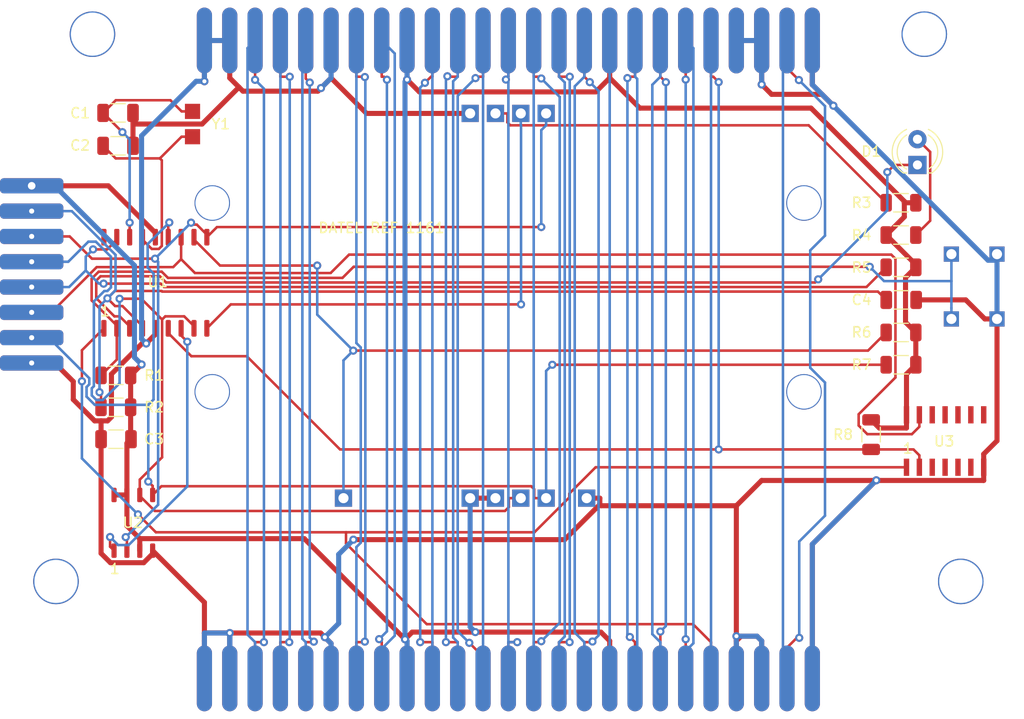
<source format=kicad_pcb>
(kicad_pcb (version 20221018) (generator pcbnew)
  (layers (0 "F.Cu" signal) (31 "B.Cu" signal) (34 "B.Paste" user) (35 "F.Paste" user) (36 "B.SilkS" user "B.Silkscreen") (37 "F.SilkS" user "F.Silkscreen") (38 "B.Mask" user) (39 "F.Mask" user) (44 "Edge.Cuts" user))
  (net 0 "")
  (net 1 "/VCC")
  (net 2 "/Button")
  (net 3 "/MCLR.VPP")
  (net 4 "/SC.VPP")
  (net 5 "Net-(D1-A)")
  (net 6 "/RA0")
  (net 7 "/SC.CD2")
  (net 8 "/SC.Pin4")
  (net 9 "/S_DAT.Top")
  (net 10 "/SC.CLK")
  (net 11 "/GND")
  (net 12 "/SC.Pin8")
  (net 13 "/RB1")
  (net 14 "/SC.I{slash}O")
  (net 15 "/Switch")
  (net 17 "Net-(U1-OSC1{slash}CLKIN)")
  (net 18 "Net-(U1-OSC2{slash}CLKOUT)")
  (net 19 "/LED")
  (net 20 "/S_DAT.Bottom")
  (net 21 "/AD15")
  (net 22 "/AD14")
  (net 23 "/AD13")
  (net 24 "/AD12")
  (net 25 "/{slash}Write")
  (net 26 "/{slash}Read")
  (net 27 "/AD11")
  (net 28 "/AD10")
  (net 29 "/12V")
  (net 30 "/UNUSED_Front")
  (net 31 "/AD9")
  (net 32 "/AD8")
  (net 33 "/CIC_15")
  (net 34 "/CIC_11")
  (net 35 "/{slash}COLD_RESET")
  (net 36 "/LAUDIO")
  (net 37 "/AD0")
  (net 38 "/AD1")
  (net 39 "/AD2")
  (net 40 "/AD3")
  (net 41 "/ALE_L")
  (net 42 "/ALE_H")
  (net 43 "/AD4")
  (net 44 "/AD5")
  (net 45 "/UNUSED_Rear")
  (net 46 "/AD6")
  (net 47 "/AD7")
  (net 48 "/VCC.Odd")
  (net 49 "/CIC_14")
  (net 50 "/INT1")
  (net 51 "/NMI")
  (net 52 "/Video_Sync")
  (net 53 "/RAUDIO")
  (footprint "REF1161:74HC4066" (layer "F.Cu") (at 198.991 103.965 90)
    (fp_text reference "U3")
    (fp_text value "74HC4066D")
  )
  (footprint "Resistor_SMD:R_1206_3216Metric" (layer "F.Cu") (at 194.638 93.244)
    (fp_text reference "R6")
    (fp_text value "10K Ohm")
  )
  (footprint "N64_Hole:N64-Hole" (layer "F.Cu") (at 114.838 63.7835)
    (fp_text reference "Hole1" hide)
    (fp_text value "N64-Hole" hide)
  )
  (footprint "REF1161:Smart Card" (layer "F.Cu") (at 155.863 89.782)
    (fp_text reference "J4" hide)
    (fp_text value "Smart_Card_Reader" hide)
  )
  (footprint "Resistor_SMD:R_1206_3216Metric" (layer "F.Cu") (at 191.688 103.332 90)
    (fp_text reference "R8")
    (fp_text value "10K Ohm")
  )
  (footprint "Resistor_SMD:R_1206_3216Metric" (layer "F.Cu") (at 117.143 97.482)
    (fp_text reference "R1")
    (fp_text value "10K Ohm")
  )
  (footprint "Capacitor_SMD:C_1206_3216Metric" (layer "F.Cu") (at 117.363 71.557)
    (fp_text reference "C1")
    (fp_text value "15 pF")
  )
  (footprint "N64_Hole:N64-Hole" (layer "F.Cu") (at 111.238 117.832)
    (fp_text reference "Hole2" hide)
    (fp_text value "N64-Hole" hide)
  )
  (footprint "Capacitor_SMD:C_1206_3216Metric" (layer "F.Cu") (at 117.363 74.807)
    (fp_text reference "C2")
    (fp_text value "15 pF")
  )
  (footprint "N64_Hole:N64-Hole" (layer "F.Cu") (at 200.538 117.832)
    (fp_text reference "Hole4" hide)
    (fp_text value "N64-Hole" hide)
  )
  (footprint "Resistor_SMD:R_1206_3216Metric" (layer "F.Cu") (at 194.638 86.808)
    (fp_text reference "R5")
    (fp_text value "10K Ohm")
  )
  (footprint "REF1161:PIC Edge Connector" (layer "F.Cu") (at 108.838 87.507)
    (fp_text reference "J3" hide)
    (fp_text value "PIC Edge Pads" hide)
  )
  (footprint "REF1161:Cart Edge Connector" (layer "F.Cu") (at 155.888 64.407)
    (fp_text reference "J1" hide)
    (fp_text value "Cartridge Slot" hide)
  )
  (footprint "Resistor_SMD:R_1206_3216Metric" (layer "F.Cu") (at 194.638 83.62)
    (fp_text reference "R4")
    (fp_text value "220 Ohm")
  )
  (footprint "REF1161:20MHz Crystal" (layer "F.Cu") (at 124.713 72.657)
    (fp_text reference "Y1")
    (fp_text value "20 MHz")
  )
  (footprint "N64_Hole:N64-Hole" (layer "F.Cu") (at 196.938 63.782)
    (fp_text reference "Hole3" hide)
    (fp_text value "N64-Hole" hide)
  )
  (footprint "Capacitor_SMD:C_1206_3216Metric" (layer "F.Cu") (at 117.163 103.782)
    (fp_text reference "C3")
    (fp_text value "100 nF")
  )
  (footprint "Resistor_SMD:R_1206_3216Metric" (layer "F.Cu") (at 194.638 96.432)
    (fp_text reference "R7")
    (fp_text value "10K Ohm")
  )
  (footprint "REF1161:PIC 16C558" (layer "F.Cu") (at 121.048 88.332)
    (fp_text reference "U1")
    (fp_text value "~" hide)
  )
  (footprint "Capacitor_SMD:C_1206_3216Metric" (layer "F.Cu") (at 194.658 90.026)
    (fp_text reference "C4")
    (fp_text value "100 nF")
  )
  (footprint "LED_THT:LED_D4.0mm" (layer "F.Cu") (at 196.263 76.697 90)
    (fp_text reference "D1")
    (fp_text value "LED")
  )
  (footprint "Resistor_SMD:R_1206_3216Metric" (layer "F.Cu") (at 194.638 80.432)
    (fp_text reference "R3")
    (fp_text value "10K Ohm")
  )
  (footprint "REF1161:1cm Push Button" (layer "F.Cu") (at 201.8645 88.707)
    (fp_text reference "SW1" hide)
    (fp_text value "SW_Push_Dual" hide)
  )
  (footprint "Resistor_SMD:R_1206_3216Metric" (layer "F.Cu") (at 117.143 100.632)
    (fp_text reference "R2")
    (fp_text value "10K Ohm")
  )
  (footprint "REF1161:Cart Edge Connector" (layer "F.Cu") (at 155.888 127.407)
    (fp_text reference "J2" hide)
    (fp_text value "Cartridge Edge Connector" hide)
  )
  (footprint "REF1161:Unknown SOIC8" (layer "F.Cu") (at 118.873 112.042)
    (fp_text reference "U2")
    (fp_text value "~" hide)
  )
  (gr_circle (center 187.8642 62.33) (end 187.8642 62.33) (fill solid) (layer "F.Cu"))
  (gr_circle (center 187.8612 62.329) (end 187.8612 62.329) (fill solid) (layer "B.Cu"))
  (gr_line (start 111.963 102.807) (end 111.963 97.807) (stroke (width 0.002)) (layer "Edge.Cuts"))
  (gr_line (start 111.963 77.207) (end 105.713 77.207) (stroke (width 0.002)) (layer "Edge.Cuts"))
  (gr_line (start 105.713 121.407) (end 105.713 102.807) (stroke (width 0.002)) (layer "Edge.Cuts"))
  (gr_line (start 188.263 121.407) (end 206.063 121.407) (stroke (width 0.002)) (layer "Edge.Cuts"))
  (gr_line (start 111.963 102.807) (end 105.713 102.807) (stroke (width 0.002)) (layer "Edge.Cuts"))
  (gr_line (start 123.513 121.407) (end 105.713 121.407) (stroke (width 0.002)) (layer "Edge.Cuts"))
  (gr_line (start 206.063 62.557) (end 206.063 121.407) (stroke (width 0.002)) (layer "Edge.Cuts"))
  (gr_line (start 123.513 131.407) (end 123.513 121.407) (stroke (width 0.002)) (layer "Edge.Cuts"))
  (gr_line (start 188.263 131.407) (end 123.513 131.407) (stroke (width 0.002)) (layer "Edge.Cuts"))
  (gr_line (start 114.888 60.407) (end 105.713 62.557) (stroke (width 0.002)) (layer "Edge.Cuts"))
  (gr_line (start 196.888 60.407) (end 206.063 62.557) (stroke (width 0.002)) (layer "Edge.Cuts"))
  (gr_line (start 105.713 71.811) (end 105.713 62.557) (stroke (width 0.002)) (layer "Edge.Cuts"))
  (gr_line (start 111.963 77.207) (end 111.963 71.811) (stroke (width 0.002)) (layer "Edge.Cuts"))
  (gr_line (start 111.963 71.811) (end 105.713 71.811) (stroke (width 0.002)) (layer "Edge.Cuts"))
  (gr_line (start 105.713 97.807) (end 105.713 77.207) (stroke (width 0.002)) (layer "Edge.Cuts"))
  (gr_line (start 188.263 131.407) (end 188.263 121.407) (stroke (width 0.002)) (layer "Edge.Cuts"))
  (gr_line (start 111.963 97.807) (end 105.713 97.807) (stroke (width 0.002)) (layer "Edge.Cuts"))
  (gr_line (start 114.888 60.407) (end 196.888 60.407) (stroke (width 0.002)) (layer "Edge.Cuts"))
  (gr_text "1" (at 115.52 91.723) (layer "F.SilkS") (effects (font (size 1 1)) (justify left bottom)))
  (gr_text "1" (at 194.739 105.287) (layer "F.SilkS") (effects (font (size 1 1)) (justify left bottom)))
  (gr_text "1" (at 116.471 117.179) (layer "F.SilkS") (effects (font (size 1 1)) (justify left bottom)))
  (gr_text "DATEL REF 1161" (at 137.05 83.496) (layer "F.SilkS") (effects (font (size 1 1)) (justify left bottom)))
  (segment (start 192.4955 102.677) (end 191.688 101.8695) (width 0.5) (layer "F.Cu") (net 1))
  (segment (start 145.888 127.407) (end 145.888 123.7051) (width 0.5) (layer "F.Cu") (net 1))
  (segment (start 145.888 68.2699) (end 147.0996 69.4815) (width 0.5) (layer "F.Cu") (net 1))
  (segment (start 146.3942 122.8365) (end 145.6853 123.5454) (width 0.5) (layer "F.Cu") (net 1))
  (segment (start 165.888 127.407) (end 165.888 123.7051) (width 0.5) (layer "F.Cu") (net 1))
  (segment (start 116.4023 78.757) (end 121.048 83.4027) (width 0.5) (layer "F.Cu") (net 1))
  (segment (start 194.968 81.8275) (end 193.1755 83.62) (width 0.5) (layer "F.Cu") (net 1))
  (segment (start 119.508 114.792) (end 119.508 113.6069) (width 0.5) (layer "F.Cu") (net 1))
  (segment (start 195.181 102.677) (end 192.4955 102.677) (width 0.5) (layer "F.Cu") (net 1))
  (segment (start 145.6853 123.5454) (end 145.845 123.7051) (width 0.5) (layer "F.Cu") (net 1))
  (segment (start 195.0862 92.2297) (end 195.0862 87.8223) (width 0.5) (layer "F.Cu") (net 1))
  (segment (start 121.048 83.4027) (end 121.048 83.832) (width 0.5) (layer "F.Cu") (net 1))
  (segment (start 119.508 113.6069) (end 135.7468 113.6069) (width 0.5) (layer "F.Cu") (net 1))
  (segment (start 165.888 64.407) (end 165.888 68.1089) (width 0.5) (layer "F.Cu") (net 1))
  (segment (start 194.968 80.432) (end 194.968 81.8275) (width 0.5) (layer "F.Cu") (net 1))
  (segment (start 196.1005 86.545) (end 196.1005 86.808) (width 0.5) (layer "F.Cu") (net 1))
  (segment (start 118.238 112.3369) (end 119.508 113.6069) (width 0.5) (layer "F.Cu") (net 1))
  (segment (start 195.181 101.3742) (end 195.181 102.677) (width 0.5) (layer "F.Cu") (net 1))
  (segment (start 195.181 97.3515) (end 195.181 101.3742) (width 0.5) (layer "F.Cu") (net 1))
  (segment (start 152.113 109.607) (end 154.613 109.607) (width 0.5) (layer "F.Cu") (net 1))
  (segment (start 118.638 103.782) (end 118.238 104.182) (width 0.5) (layer "F.Cu") (net 1))
  (segment (start 145.888 64.407) (end 145.888 68.2699) (width 0.5) (layer "F.Cu") (net 1))
  (segment (start 118.638 103.782) (end 118.6055 103.7495) (width 0.5) (layer "F.Cu") (net 1))
  (segment (start 118.238 104.182) (end 118.238 109.292) (width 0.5) (layer "F.Cu") (net 1))
  (segment (start 168.865 71.0859) (end 185.7635 71.0859) (width 0.5) (layer "F.Cu") (net 1))
  (segment (start 196.1005 93.244) (end 196.1005 96.432) (width 0.5) (layer "F.Cu") (net 1))
  (segment (start 108.838 78.757) (end 116.4023 78.757) (width 0.5) (layer "F.Cu") (net 1))
  (segment (start 145.845 123.7051) (end 145.888 123.7051) (width 0.5) (layer "F.Cu") (net 1))
  (segment (start 185.7635 71.0859) (end 194.968 80.2904) (width 0.5) (layer "F.Cu") (net 1))
  (segment (start 165.888 68.1089) (end 168.865 71.0859) (width 0.5) (layer "F.Cu") (net 1))
  (segment (start 118.6055 100.632) (end 118.6055 97.482) (width 0.5) (layer "F.Cu") (net 1))
  (segment (start 196.1005 96.432) (end 195.181 97.3515) (width 0.5) (layer "F.Cu") (net 1))
  (segment (start 119.6848 96.4027) (end 118.6055 97.482) (width 0.5) (layer "F.Cu") (net 1))
  (segment (start 147.0996 69.4815) (end 164.5154 69.4815) (width 0.5) (layer "F.Cu") (net 1))
  (segment (start 194.968 80.2904) (end 194.968 80.432) (width 0.5) (layer "F.Cu") (net 1))
  (segment (start 118.238 109.292) (end 116.968 109.292) (width 0.5) (layer "F.Cu") (net 1))
  (segment (start 118.6055 103.7495) (end 118.6055 100.632) (width 0.5) (layer "F.Cu") (net 1))
  (segment (start 164.5154 69.4815) (end 165.888 68.1089) (width 0.5) (layer "F.Cu") (net 1))
  (segment (start 135.7468 113.6069) (end 145.6853 123.5454) (width 0.5) (layer "F.Cu") (net 1))
  (segment (start 165.888 123.7051) (end 165.0194 122.8365) (width 0.5) (layer "F.Cu") (net 1))
  (segment (start 152.624 122.8365) (end 146.3942 122.8365) (width 0.5) (layer "F.Cu") (net 1))
  (segment (start 193.1755 83.62) (end 196.1005 86.545) (width 0.5) (layer "F.Cu") (net 1))
  (segment (start 118.238 109.292) (end 118.238 112.3369) (width 0.5) (layer "F.Cu") (net 1))
  (segment (start 165.0194 122.8365) (end 152.624 122.8365) (width 0.5) (layer "F.Cu") (net 1))
  (segment (start 194.968 80.432) (end 196.1005 80.432) (width 0.5) (layer "F.Cu") (net 1))
  (segment (start 196.1005 93.244) (end 195.0862 92.2297) (width 0.5) (layer "F.Cu") (net 1))
  (segment (start 195.0862 87.8223) (end 196.1005 86.808) (width 0.5) (layer "F.Cu") (net 1))
  (via (at 145.6853 123.5454) (size 0.8) (drill 0.4) (layers "F.Cu" "B.Cu") (net 1))
  (via (at 152.624 122.8365) (size 0.8) (drill 0.4) (layers "F.Cu" "B.Cu") (net 1))
  (via (at 145.888 68.2699) (size 0.8) (drill 0.4) (layers "F.Cu" "B.Cu") (net 1))
  (via (at 119.6848 96.4027) (size 0.8) (drill 0.4) (layers "F.Cu" "B.Cu") (net 1))
  (segment (start 119.6848 96.4027) (end 118.9829 95.7008) (width 0.5) (layer "B.Cu") (net 1))
  (segment (start 152.113 109.607) (end 152.113 122.3255) (width 0.5) (layer "B.Cu") (net 1))
  (segment (start 145.888 123.7051) (end 145.845 123.7051) (width 0.5) (layer "B.Cu") (net 1))
  (segment (start 145.888 64.407) (end 145.888 68.2699) (width 0.5) (layer "B.Cu") (net 1))
  (segment (start 118.9829 95.7008) (end 118.9829 86.6282) (width 0.5) (layer "B.Cu") (net 1))
  (segment (start 145.888 68.2699) (end 145.6853 68.4726) (width 0.5) (layer "B.Cu") (net 1))
  (segment (start 145.845 123.7051) (end 145.6853 123.5454) (width 0.5) (layer "B.Cu") (net 1))
  (segment (start 145.6853 68.4726) (end 145.6853 123.5454) (width 0.5) (layer "B.Cu") (net 1))
  (segment (start 152.113 122.3255) (end 152.624 122.8365) (width 0.5) (layer "B.Cu") (net 1))
  (segment (start 145.888 127.407) (end 145.888 123.7051) (width 0.5) (layer "B.Cu") (net 1))
  (segment (start 118.9829 86.6282) (end 111.1117 78.757) (width 0.5) (layer "B.Cu") (net 1))
  (segment (start 111.1117 78.757) (end 108.838 78.757) (width 0.5) (layer "B.Cu") (net 1))
  (segment (start 191.5538 86.7556) (end 140.612 86.7556) (width 0.25) (layer "F.Cu") (net 2))
  (segment (start 117.238 92.5601) (end 117.238 92.832) (width 0.25) (layer "F.Cu") (net 2))
  (segment (start 115.4481 87.2403) (end 114.7574 87.931) (width 0.25) (layer "F.Cu") (net 2))
  (segment (start 114.7574 87.931) (end 114.7574 90.0795) (width 0.25) (layer "F.Cu") (net 2))
  (segment (start 115.6805 97.482) (end 117.238 95.9245) (width 0.25) (layer "F.Cu") (net 2))
  (segment (start 121.6762 87.2403) (end 115.4481 87.2403) (width 0.25) (layer "F.Cu") (net 2))
  (segment (start 117.238 95.9245) (end 117.238 92.832) (width 0.25) (layer "F.Cu") (net 2))
  (segment (start 114.7574 90.0795) (end 117.238 92.5601) (width 0.25) (layer "F.Cu") (net 2))
  (segment (start 140.612 86.7556) (end 139.5158 87.8518) (width 0.25) (layer "F.Cu") (net 2))
  (segment (start 122.2877 87.8518) (end 121.6762 87.2403) (width 0.25) (layer "F.Cu") (net 2))
  (segment (start 139.5158 87.8518) (end 122.2877 87.8518) (width 0.25) (layer "F.Cu") (net 2))
  (via (at 191.5538 86.7556) (size 0.8) (drill 0.4) (layers "F.Cu" "B.Cu") (net 2))
  (segment (start 192.9667 88.1685) (end 191.5538 86.7556) (width 0.25) (layer "B.Cu") (net 2))
  (segment (start 199.6145 88.1685) (end 199.6145 90.8301) (width 0.25) (layer "B.Cu") (net 2))
  (segment (start 199.6145 88.1685) (end 192.9667 88.1685) (width 0.25) (layer "B.Cu") (net 2))
  (segment (start 199.6145 91.907) (end 199.6145 90.8301) (width 0.25) (layer "B.Cu") (net 2))
  (segment (start 199.6145 85.507) (end 199.6145 88.1685) (width 0.25) (layer "B.Cu") (net 2))
  (segment (start 192.3645 89.2075) (end 193.183 90.026) (width 0.25) (layer "F.Cu") (net 3))
  (segment (start 115.6805 100.632) (end 115.6805 99.2909) (width 0.25) (layer "F.Cu") (net 3))
  (segment (start 117.0401 89.1441) (end 121.6627 89.1441) (width 0.25) (layer "F.Cu") (net 3))
  (segment (start 119.778 92.6162) (end 117.8002 90.6384) (width 0.25) (layer "F.Cu") (net 3))
  (segment (start 119.778 92.832) (end 119.778 92.6162) (width 0.25) (layer "F.Cu") (net 3))
  (segment (start 116.3112 89.873) (end 117.0401 89.1441) (width 0.25) (layer "F.Cu") (net 3))
  (segment (start 115.6805 99.2909) (end 115.5343 99.1447) (width 0.25) (layer "F.Cu") (net 3))
  (segment (start 117.0766 90.6384) (end 116.3112 89.873) (width 0.25) (layer "F.Cu") (net 3))
  (segment (start 121.7261 89.2075) (end 192.3645 89.2075) (width 0.25) (layer "F.Cu") (net 3))
  (segment (start 121.6627 89.1441) (end 121.7261 89.2075) (width 0.25) (layer "F.Cu") (net 3))
  (segment (start 117.8002 90.6384) (end 117.0766 90.6384) (width 0.25) (layer "F.Cu") (net 3))
  (via (at 115.5343 99.1447) (size 0.8) (drill 0.4) (layers "F.Cu" "B.Cu") (net 3))
  (via (at 116.3112 89.873) (size 0.8) (drill 0.4) (layers "F.Cu" "B.Cu") (net 3))
  (segment (start 117.1151 89.0691) (end 117.1151 85.5763) (width 0.25) (layer "B.Cu") (net 3))
  (segment (start 116.3112 89.873) (end 117.1151 89.0691) (width 0.25) (layer "B.Cu") (net 3))
  (segment (start 117.1151 85.5763) (end 112.7958 81.257) (width 0.25) (layer "B.Cu") (net 3))
  (segment (start 115.5343 99.1447) (end 115.5343 90.6499) (width 0.25) (layer "B.Cu") (net 3))
  (segment (start 112.7958 81.257) (end 108.838 81.257) (width 0.25) (layer "B.Cu") (net 3))
  (segment (start 115.5343 90.6499) (end 116.3112 89.873) (width 0.25) (layer "B.Cu") (net 3))
  (segment (start 155.7899 72.4897) (end 156.0841 72.7839) (width 0.25) (layer "F.Cu") (net 4))
  (segment (start 154.613 71.607) (end 155.7899 71.607) (width 0.25) (layer "F.Cu") (net 4))
  (segment (start 185.5274 72.7839) (end 193.1755 80.432) (width 0.25) (layer "F.Cu") (net 4))
  (segment (start 155.7899 71.607) (end 155.7899 72.4897) (width 0.25) (layer "F.Cu") (net 4))
  (segment (start 156.0841 72.7839) (end 185.5274 72.7839) (width 0.25) (layer "F.Cu") (net 4))
  (segment (start 197.5171 82.2034) (end 196.1005 83.62) (width 0.25) (layer "F.Cu") (net 5))
  (segment (start 197.5171 75.4111) (end 197.5171 82.2034) (width 0.25) (layer "F.Cu") (net 5))
  (segment (start 196.263 74.157) (end 197.5171 75.4111) (width 0.25) (layer "F.Cu") (net 5))
  (segment (start 117.238 83.832) (end 117.238 84.0892) (width 0.25) (layer "F.Cu") (net 6))
  (segment (start 116.29 85.0372) (end 114.8966 85.0372) (width 0.25) (layer "F.Cu") (net 6))
  (segment (start 117.238 84.0892) (end 116.29 85.0372) (width 0.25) (layer "F.Cu") (net 6))
  (segment (start 121.9133 88.7556) (end 121.5768 88.4191) (width 0.25) (layer "F.Cu") (net 6))
  (segment (start 193.1755 86.808) (end 191.2279 88.7556) (width 0.25) (layer "F.Cu") (net 6))
  (segment (start 121.5768 88.4191) (end 115.9363 88.4191) (width 0.25) (layer "F.Cu") (net 6))
  (segment (start 191.2279 88.7556) (end 121.9133 88.7556) (width 0.25) (layer "F.Cu") (net 6))
  (via (at 115.9363 88.4191) (size 0.8) (drill 0.4) (layers "F.Cu" "B.Cu") (net 6))
  (via (at 114.8966 85.0372) (size 0.8) (drill 0.4) (layers "F.Cu" "B.Cu") (net 6))
  (segment (start 114.1742 85.7596) (end 114.1742 87.1154) (width 0.25) (layer "B.Cu") (net 6))
  (segment (start 114.1742 87.1154) (end 112.5326 88.757) (width 0.25) (layer "B.Cu") (net 6))
  (segment (start 114.8966 85.0372) (end 114.1742 85.7596) (width 0.25) (layer "B.Cu") (net 6))
  (segment (start 115.4779 88.4191) (end 114.1742 87.1154) (width 0.25) (layer "B.Cu") (net 6))
  (segment (start 112.5326 88.757) (end 108.838 88.757) (width 0.25) (layer "B.Cu") (net 6))
  (segment (start 115.9363 88.4191) (end 115.4779 88.4191) (width 0.25) (layer "B.Cu") (net 6))
  (segment (start 124.858 84.0622) (end 124.858 83.832) (width 0.25) (layer "F.Cu") (net 7))
  (segment (start 193.1755 93.244) (end 191.384 95.0355) (width 0.25) (layer "F.Cu") (net 7))
  (segment (start 191.384 95.0355) (end 140.5774 95.0355) (width 0.25) (layer "F.Cu") (net 7))
  (segment (start 137.0214 86.6333) (end 127.4291 86.6333) (width 0.25) (layer "F.Cu") (net 7))
  (segment (start 127.4291 86.6333) (end 124.858 84.0622) (width 0.25) (layer "F.Cu") (net 7))
  (via (at 137.0214 86.6333) (size 0.8) (drill 0.4) (layers "F.Cu" "B.Cu") (net 7))
  (via (at 140.5774 95.0355) (size 0.8) (drill 0.4) (layers "F.Cu" "B.Cu") (net 7))
  (segment (start 139.613 109.607) (end 139.613 95.9999) (width 0.25) (layer "B.Cu") (net 7))
  (segment (start 140.5774 95.0355) (end 137.0214 91.4795) (width 0.25) (layer "B.Cu") (net 7))
  (segment (start 137.0214 91.4795) (end 137.0214 86.6333) (width 0.25) (layer "B.Cu") (net 7))
  (segment (start 139.613 95.9999) (end 140.5774 95.0355) (width 0.25) (layer "B.Cu") (net 7))
  (segment (start 159.613 109.607) (end 158.4361 109.607) (width 0.25) (layer "F.Cu") (net 8))
  (segment (start 158.4361 109.607) (end 158.4361 108.7243) (width 0.25) (layer "F.Cu") (net 8))
  (segment (start 122.318 83.832) (end 122.318 82.4812) (width 0.25) (layer "F.Cu") (net 8))
  (segment (start 120.778 109.292) (end 120.778 108.3977) (width 0.25) (layer "F.Cu") (net 8))
  (segment (start 158.1419 108.4301) (end 121.6399 108.4301) (width 0.25) (layer "F.Cu") (net 8))
  (segment (start 193.1755 96.432) (end 160.2259 96.432) (width 0.25) (layer "F.Cu") (net 8))
  (segment (start 122.318 82.4812) (end 122.4211 82.3781) (width 0.25) (layer "F.Cu") (net 8))
  (segment (start 158.4361 108.7243) (end 158.1419 108.4301) (width 0.25) (layer "F.Cu") (net 8))
  (segment (start 120.778 108.3977) (end 120.3476 107.9673) (width 0.25) (layer "F.Cu") (net 8))
  (segment (start 121.6399 108.4301) (end 120.778 109.292) (width 0.25) (layer "F.Cu") (net 8))
  (via (at 122.4211 82.3781) (size 0.8) (drill 0.4) (layers "F.Cu" "B.Cu") (net 8))
  (via (at 160.2259 96.432) (size 0.8) (drill 0.4) (layers "F.Cu" "B.Cu") (net 8))
  (via (at 120.3476 107.9673) (size 0.8) (drill 0.4) (layers "F.Cu" "B.Cu") (net 8))
  (segment (start 114.2556 98.632) (end 114.5243 98.3633) (width 0.25) (layer "B.Cu") (net 8))
  (segment (start 115.0612 100.3872) (end 114.2556 99.5816) (width 0.25) (layer "B.Cu") (net 8))
  (segment (start 110.5202 93.757) (end 108.838 93.757) (width 0.25) (layer "B.Cu") (net 8))
  (segment (start 120.3476 100.3872) (end 115.0612 100.3872) (width 0.25) (layer "B.Cu") (net 8))
  (segment (start 120.3476 100.3872) (end 120.3476 107.9673) (width 0.25) (layer "B.Cu") (net 8))
  (segment (start 120.2862 84.513) (end 120.2862 86.8375) (width 0.25) (layer "B.Cu") (net 8))
  (segment (start 120.8671 87.4184) (end 120.8671 99.8677) (width 0.25) (layer "B.Cu") (net 8))
  (segment (start 114.2556 99.5816) (end 114.2556 98.632) (width 0.25) (layer "B.Cu") (net 8))
  (segment (start 114.5243 97.7611) (end 110.5202 93.757) (width 0.25) (layer "B.Cu") (net 8))
  (segment (start 159.613 97.0449) (end 160.2259 96.432) (width 0.25) (layer "B.Cu") (net 8))
  (segment (start 114.5243 98.3633) (end 114.5243 97.7611) (width 0.25) (layer "B.Cu") (net 8))
  (segment (start 120.8671 99.8677) (end 120.3476 100.3872) (width 0.25) (layer "B.Cu") (net 8))
  (segment (start 122.4211 82.3781) (end 120.2862 84.513) (width 0.25) (layer "B.Cu") (net 8))
  (segment (start 120.2862 86.8375) (end 120.8671 87.4184) (width 0.25) (layer "B.Cu") (net 8))
  (segment (start 159.613 109.607) (end 159.613 97.0449) (width 0.25) (layer "B.Cu") (net 8))
  (segment (start 176.6437 104.7944) (end 176.6437 104.7945) (width 0.25) (layer "F.Cu") (net 9))
  (segment (start 122.318 93.3045) (end 124.6006 95.5871) (width 0.25) (layer "F.Cu") (net 9))
  (segment (start 176.6437 104.7945) (end 191.688 104.7945) (width 0.25) (layer "F.Cu") (net 9))
  (segment (start 176.6437 68.5145) (end 176.1131 67.9839) (width 0.25) (layer "F.Cu") (net 9))
  (segment (start 130.0652 95.5871) (end 139.2725 104.7944) (width 0.25) (layer "F.Cu") (net 9))
  (segment (start 195.8675 104.7945) (end 191.688 104.7945) (width 0.25) (layer "F.Cu") (net 9))
  (segment (start 122.318 92.832) (end 122.318 93.3045) (width 0.25) (layer "F.Cu") (net 9))
  (segment (start 124.6006 95.5871) (end 130.0652 95.5871) (width 0.25) (layer "F.Cu") (net 9))
  (segment (start 139.2725 104.7944) (end 176.6437 104.7944) (width 0.25) (layer "F.Cu") (net 9))
  (segment (start 175.888 64.407) (end 175.888 67.9839) (width 0.25) (layer "F.Cu") (net 9))
  (segment (start 196.451 106.5558) (end 196.451 105.378) (width 0.25) (layer "F.Cu") (net 9))
  (segment (start 196.451 105.378) (end 195.8675 104.7945) (width 0.25) (layer "F.Cu") (net 9))
  (segment (start 176.1131 67.9839) (end 175.888 67.9839) (width 0.25) (layer "F.Cu") (net 9))
  (via (at 176.6437 104.7945) (size 0.8) (drill 0.4) (layers "F.Cu" "B.Cu") (net 9))
  (via (at 176.6437 68.5145) (size 0.8) (drill 0.4) (layers "F.Cu" "B.Cu") (net 9))
  (segment (start 176.6437 68.5145) (end 176.6437 104.7945) (width 0.25) (layer "B.Cu") (net 9))
  (segment (start 119.6597 89.9115) (end 117.5141 89.9115) (width 0.25) (layer "F.Cu") (net 10))
  (segment (start 123.8927 91.65) (end 122.022 91.65) (width 0.25) (layer "F.Cu") (net 10))
  (segment (start 157.113 109.607) (end 155.9361 109.607) (width 0.25) (layer "F.Cu") (net 10))
  (segment (start 121.7101 91.9619) (end 121.7101 105.5769) (width 0.25) (layer "F.Cu") (net 10))
  (segment (start 119.508 107.779) (end 119.508 109.292) (width 0.25) (layer "F.Cu") (net 10))
  (segment (start 121.7101 105.5769) (end 119.508 107.779) (width 0.25) (layer "F.Cu") (net 10))
  (segment (start 155.9361 109.607) (end 155.9361 110.4869) (width 0.25) (layer "F.Cu") (net 10))
  (segment (start 124.858 92.6153) (end 123.8927 91.65) (width 0.25) (layer "F.Cu") (net 10))
  (segment (start 124.858 92.832) (end 124.858 92.6153) (width 0.25) (layer "F.Cu") (net 10))
  (segment (start 155.9361 110.4869) (end 155.5501 110.8729) (width 0.25) (layer "F.Cu") (net 10))
  (segment (start 121.7101 91.9619) (end 119.6597 89.9115) (width 0.25) (layer "F.Cu") (net 10))
  (segment (start 122.022 91.65) (end 121.7101 91.9619) (width 0.25) (layer "F.Cu") (net 10))
  (segment (start 120.9929 110.8729) (end 119.508 109.388) (width 0.25) (layer "F.Cu") (net 10))
  (segment (start 155.5501 110.8729) (end 120.9929 110.8729) (width 0.25) (layer "F.Cu") (net 10))
  (segment (start 119.508 109.388) (end 119.508 109.292) (width 0.25) (layer "F.Cu") (net 10))
  (via (at 117.5141 89.9115) (size 0.8) (drill 0.4) (layers "F.Cu" "B.Cu") (net 10))
  (segment (start 114.9762 98.5505) (end 114.7696 98.7571) (width 0.25) (layer "B.Cu") (net 10))
  (segment (start 114.4353 84.273) (end 115.1726 84.273) (width 0.25) (layer "B.Cu") (net 10))
  (segment (start 114.9762 90.1801) (end 114.9762 98.5505) (width 0.25) (layer "B.Cu") (net 10))
  (segment (start 114.7696 98.7571) (end 114.7696 99.4549) (width 0.25) (layer "B.Cu") (net 10))
  (segment (start 116.0102 89.1461) (end 114.9762 90.1801) (width 0.25) (layer "B.Cu") (net 10))
  (segment (start 116.6632 88.7941) (end 116.3112 89.1461) (width 0.25) (layer "B.Cu") (net 10))
  (segment (start 112.4513 86.257) (end 114.4353 84.273) (width 0.25) (layer "B.Cu") (net 10))
  (segment (start 114.7696 99.4549) (end 115.2317 99.917) (width 0.25) (layer "B.Cu") (net 10))
  (segment (start 115.8578 99.917) (end 117.5141 98.2607) (width 0.25) (layer "B.Cu") (net 10))
  (segment (start 108.838 86.257) (end 112.4513 86.257) (width 0.25) (layer "B.Cu") (net 10))
  (segment (start 115.2317 99.917) (end 115.8578 99.917) (width 0.25) (layer "B.Cu") (net 10))
  (segment (start 116.6632 85.7636) (end 116.6632 88.7941) (width 0.25) (layer "B.Cu") (net 10))
  (segment (start 117.5141 98.2607) (end 117.5141 89.9115) (width 0.25) (layer "B.Cu") (net 10))
  (segment (start 116.3112 89.1461) (end 116.0102 89.1461) (width 0.25) (layer "B.Cu") (net 10))
  (segment (start 115.1726 84.273) (end 116.6632 85.7636) (width 0.25) (layer "B.Cu") (net 10))
  (segment (start 180.42 123.239) (end 178.8541 123.239) (width 0.5) (layer "F.Cu") (net 11))
  (segment (start 178.394 123.239) (end 178.388 123.245) (width 0.5) (layer "F.Cu") (net 11))
  (segment (start 180.888 127.407) (end 180.888 123.707) (width 0.5) (layer "F.Cu") (net 11))
  (segment (start 185.888 68.768) (end 185.888 64.407) (width 0.5) (layer "F.Cu") (net 11))
  (segment (start 118.838 74.807) (end 118.838 72.657) (width 0.5) (layer "F.Cu") (net 11))
  (segment (start 180.892 68.752) (end 181.863 69.723) (width 0.5) (layer "F.Cu") (net 11))
  (segment (start 180.8856 107.8586) (end 178.388 110.3562) (width 0.5) (layer "F.Cu") (net 11))
  (segment (start 181.863 69.723) (end 186.843 69.723) (width 0.5) (layer "F.Cu") (net 11))
  (segment (start 116.711 101.5914) (end 116.711 97.3531) (width 0.5) (layer "F.Cu") (net 11))
  (segment (start 125.888 119.902) (end 125.888 122.9247) (width 0.5) (layer "F.Cu") (net 11))
  (segment (start 128.388 127.407) (end 128.388 125.556) (width 0.5) (layer "F.Cu") (net 11))
  (segment (start 192.2 107.842) (end 192.1834 107.8586) (width 0.5) (layer "F.Cu") (net 11))
  (segment (start 185.888 114.154) (end 185.888 127.407) (width 0.5) (layer "F.Cu") (net 11))
  (segment (start 202.801 105.253) (end 204.1145 103.9395) (width 0.5) (layer "F.Cu") (net 11))
  (segment (start 128.388 125.556) (end 128.388 125.4388) (width 0.5) (layer "F.Cu") (net 11))
  (segment (start 120.778 114.792) (end 125.888 119.902) (width 0.5) (layer "F.Cu") (net 11))
  (segment (start 115.688 115.0574) (end 116.6134 115.9828) (width 0.5) (layer "F.Cu") (net 11))
  (segment (start 115.688 103.782) (end 115.688 115.0574) (width 0.5) (layer "F.Cu") (net 11))
  (segment (start 112.9455 99.865) (end 115.0555 101.975) (width 0.5) (layer "F.Cu") (net 11))
  (segment (start 128.388 68.1089) (end 129.2973 69.0182) (width 0.5) (layer "F.Cu") (net 11))
  (segment (start 125.888 68.433) (end 125.888 64.407) (width 0.5) (layer "F.Cu") (net 11))
  (segment (start 119.8971 115.9828) (end 120.778 115.1019) (width 0.5) (layer "F.Cu") (net 11))
  (segment (start 137.0873 69.4096) (end 137.3938 69.1031) (width 0.5) (layer "F.Cu") (net 11))
  (segment (start 125.6585 72.657) (end 129.2973 69.0182) (width 0.5) (layer "F.Cu") (net 11))
  (segment (start 178.388 110.3562) (end 178.388 123.233) (width 0.5) (layer "F.Cu") (net 11))
  (segment (start 112.9455 98.0871) (end 112.9455 99.865) (width 0.5) (layer "F.Cu") (net 11))
  (segment (start 187.963 70.845) (end 185.888 68.77) (width 0.5) (layer "F.Cu") (net 11))
  (segment (start 115.0555 101.975) (end 115.688 101.975) (width 0.5) (layer "F.Cu") (net 11))
  (segment (start 128.388 66.2579) (end 128.388 68.1089) (width 0.5) (layer "F.Cu") (net 11))
  (segment (start 178.388 110.3562) (end 165.0391 110.3562) (width 0.5) (layer "F.Cu") (net 11))
  (segment (start 137.77385 123.34115) (end 138.388 123.9553) (width 0.5) (layer "F.Cu") (net 11))
  (segment (start 165.0391 110.3562) (end 164.9149 110.232) (width 0.5) (layer "F.Cu") (net 11))
  (segment (start 180.888 64.407) (end 178.388 64.407) (width 0.5) (layer "F.Cu") (net 11))
  (segment (start 115.688 101.975) (end 115.688 103.782) (width 0.5) (layer "F.Cu") (net 11))
  (segment (start 129.2973 69.0182) (end 129.6887 69.4096) (width 0.5) (layer "F.Cu") (net 11))
  (segment (start 128.388 64.407) (end 125.888 64.407) (width 0.5) (layer "F.Cu") (net 11))
  (segment (start 129.6887 69.4096) (end 137.0873 69.4096) (width 0.5) (layer "F.Cu") (net 11))
  (segment (start 137.3574 122.9247) (end 125.888 122.9247) (width 0.5) (layer "F.Cu") (net 11))
  (segment (start 196.133 90.026) (end 201.0316 90.026) (width 0.5) (layer "F.Cu") (net 11))
  (segment (start 202.801 107.8586) (end 192.2166 107.8586) (width 0.5) (layer "F.Cu") (net 11))
  (segment (start 116.711 97.3531) (end 119.7327 94.3314) (width 0.5) (layer "F.Cu") (net 11))
  (segment (start 164.9149 109.607) (end 164.9149 110.232) (width 0.5) (layer "F.Cu") (net 11))
  (segment (start 178.388 123.233) (end 178.394 123.239) (width 0.5) (layer "F.Cu") (net 11))
  (segment (start 138.388 127.407) (end 138.388 123.9553) (width 0.5) (layer "F.Cu") (net 11))
  (segment (start 137.3938 69.1031) (end 138.388 68.1089) (width 0.5) (layer "F.Cu") (net 11))
  (segment (start 140.5913 113.7068) (end 161.4401 113.7068) (width 0.5) (layer "F.Cu") (net 11))
  (segment (start 111.1154 96.257) (end 112.9455 98.0871) (width 0.5) (layer "F.Cu") (net 11))
  (segment (start 121.048 93.4236) (end 120.1402 94.3314) (width 0.5) (layer "F.Cu") (net 11))
  (segment (start 163.613 109.607) (end 164.9149 109.607) (width 0.5) (layer "F.Cu") (net 11))
  (segment (start 192.1834 107.8586) (end 180.8856 107.8586) (width 0.5) (layer "F.Cu") (net 11))
  (segment (start 185.888 68.77) (end 185.888 64.407) (width 0.5) (layer "F.Cu") (net 11))
  (segment (start 202.801 105.9044) (end 202.801 105.253) (width 0.5) (layer "F.Cu") (net 11))
  (segment (start 178.388 127.407) (end 178.388 123.7051) (width 0.5) (layer "F.Cu") (net 11))
  (segment (start 204.1145 103.9395) (end 204.1145 91.907) (width 0.5) (layer "F.Cu") (net 11))
  (segment (start 201.0316 90.026) (end 202.9126 91.907) (width 0.5) (layer "F.Cu") (net 11))
  (segment (start 180.888 68.752) (end 180.892 68.752) (width 0.5) (layer "F.Cu") (net 11))
  (segment (start 116.3274 101.975) (end 116.711 101.5914) (width 0.5) (layer "F.Cu") (net 11))
  (segment (start 125.888 127.407) (end 125.888 123.7051) (width 0.5) (layer "F.Cu") (net 11))
  (segment (start 138.388 123.9553) (end 137.3574 122.9247) (width 0.5) (layer "F.Cu") (net 11))
  (segment (start 180.888 123.707) (end 180.42 123.239) (width 0.5) (layer "F.Cu") (net 11))
  (segment (start 128.388 64.407) (end 128.388 66.2579) (width 0.5) (layer "F.Cu") (net 11))
  (segment (start 202.801 106.5558) (end 202.801 107.8586) (width 0.5) (layer "F.Cu") (net 11))
  (segment (start 192.2 107.842) (end 185.888 114.154) (width 0.5) (layer "F.Cu") (net 11))
  (segment (start 125.887 68.434) (end 125.888 68.433) (width 0.5) (layer "F.Cu") (net 11))
  (segment (start 116.6134 115.9828) (end 119.8971 115.9828) (width 0.5) (layer "F.Cu") (net 11))
  (segment (start 186.843 69.723) (end 187.965 70.845) (width 0.5) (layer "F.Cu") (net 11))
  (segment (start 118.838 72.657) (end 125.6585 72.657) (width 0.5) (layer "F.Cu") (net 11))
  (segment (start 161.4401 113.7068) (end 164.9149 110.232) (width 0.5) (layer "F.Cu") (net 11))
  (segment (start 115.688 101.975) (end 116.3274 101.975) (width 0.5) (layer "F.Cu") (net 11))
  (segment (start 204.1145 91.907) (end 202.9126 91.907) (width 0.5) (layer "F.Cu") (net 11))
  (segment (start 138.388 64.407) (end 138.388 68.1089) (width 0.5) (layer "F.Cu") (net 11))
  (segment (start 192.2166 107.8586) (end 192.2 107.842) (width 0.5) (layer "F.Cu") (net 11))
  (segment (start 141.8861 71.607) (end 152.113 71.607) (width 0.5) (layer "F.Cu") (net 11))
  (segment (start 202.801 105.9044) (end 202.801 106.5558) (width 0.5) (layer "F.Cu") (net 11))
  (segment (start 125.888 122.9247) (end 125.888 123.7051) (width 0.5) (layer "F.Cu") (net 11))
  (segment (start 180.888 68.752) (end 180.888 64.407) (width 0.5) (layer "F.Cu") (net 11))
  (segment (start 120.778 115.1019) (end 120.778 114.792) (width 0.5) (layer "F.Cu") (net 11))
  (segment (start 178.8541 123.239) (end 178.388 123.7051) (width 0.5) (layer "F.Cu") (net 11))
  (segment (start 178.388 123.245) (end 178.388 123.7051) (width 0.5) (layer "F.Cu") (net 11))
  (segment (start 121.048 92.832) (end 121.048 93.4236) (width 0.5) (layer "F.Cu") (net 11))
  (segment (start 128.388 122.9247) (end 125.888 122.9247) (width 0.5) (layer "F.Cu") (net 11))
  (segment (start 187.965 70.845) (end 187.963 70.845) (width 0.5) (layer "F.Cu") (net 11))
  (segment (start 119.7327 94.3314) (end 120.1402 94.3314) (width 0.5) (layer "F.Cu") (net 11))
  (segment (start 128.388 125.4388) (end 128.388 122.9247) (width 0.5) (layer "F.Cu") (net 11))
  (segment (start 108.838 96.257) (end 111.1154 96.257) (width 0.5) (layer "F.Cu") (net 11))
  (segment (start 138.388 68.1089) (end 141.8861 71.607) (width 0.5) (layer "F.Cu") (net 11))
  (segment (start 118.838 72.657) (end 118.838 71.557) (width 0.5) (layer "F.Cu") (net 11))
  (via (at 120.1402 94.3314) (size 0.8) (drill 0.4) (layers "F.Cu" "B.Cu") (net 11))
  (via (at 140.5913 113.7068) (size 0.8) (drill 0.4) (layers "F.Cu" "B.Cu") (net 11))
  (via (at 137.77385 123.34115) (size 0.8) (drill 0.4) (layers "F.Cu" "B.Cu") (net 11))
  (via (at 187.965 70.845) (size 0.8) (drill 0.4) (layers "F.Cu" "B.Cu") (net 11))
  (via (at 128.388 122.9247) (size 0.8) (drill 0.4) (layers "F.Cu" "B.Cu") (net 11))
  (via (at 178.394 123.239) (size 0.8) (drill 0.4) (layers "F.Cu" "B.Cu") (net 11))
  (via (at 137.3938 69.1031) (size 0.8) (drill 0.4) (layers "F.Cu" "B.Cu") (net 11))
  (via (at 125.887 68.434) (size 0.8) (drill 0.4) (layers "F.Cu" "B.Cu") (net 11))
  (via (at 192.2 107.842) (size 0.8) (drill 0.4) (layers "F.Cu" "B.Cu") (net 11))
  (via (at 180.888 68.752) (size 0.8) (drill 0.4) (layers "F.Cu" "B.Cu") (net 11))
  (segment (start 128.388 122.9247) (end 128.388 124.9488) (width 0.5) (layer "B.Cu") (net 11))
  (segment (start 178.394 123.239) (end 180.423 123.239) (width 0.5) (layer "B.Cu") (net 11))
  (segment (start 125.887 68.434) (end 125.065 68.434) (width 0.5) (layer "B.Cu") (net 11))
  (segment (start 119.6848 73.8142) (end 119.6848 93.876) (width 0.5) (layer "B.Cu") (net 11))
  (segment (start 125.888 64.407) (end 125.888 68.433) (width 0.5) (layer "B.Cu") (net 11))
  (segment (start 180.423 123.239) (end 180.888 123.704) (width 0.5) (layer "B.Cu") (net 11))
  (segment (start 180.888 64.407) (end 178.388 64.407) (width 0.5) (layer "B.Cu") (net 11))
  (segment (start 185.888 68.1089) (end 185.888 64.407) (width 0.5) (layer "B.Cu") (net 11))
  (segment (start 125.888 122.925) (end 128.388 122.925) (width 0.5) (layer "B.Cu") (net 11))
  (segment (start 180.888 68.752) (end 180.888 64.407) (width 0.5) (layer "B.Cu") (net 11))
  (segment (start 138.388 64.407) (end 138.388 68.1089) (width 0.5) (layer "B.Cu") (net 11))
  (segment (start 128.388 64.407) (end 125.888 64.407) (width 0.5) (layer "B.Cu") (net 11))
  (segment (start 119.6848 93.876) (end 120.1402 94.3314) (width 0.5) (layer "B.Cu") (net 11))
  (segment (start 204.113 86.1071) (end 204.113 86.7081) (width 0.5) (layer "B.Cu") (net 11))
  (segment (start 180.888 123.704) (end 180.888 127.407) (width 0.5) (layer "B.Cu") (net 11))
  (segment (start 139.1373 115.1608) (end 140.5913 113.7068) (width 0.5) (layer "B.Cu") (net 11))
  (segment (start 187.965 70.845) (end 185.888 68.768) (width 0.5) (layer "B.Cu") (net 11))
  (segment (start 139.1373 121.9777) (end 139.1373 115.1608) (width 0.5) (layer "B.Cu") (net 11))
  (segment (start 185.888 114.154) (end 192.2 107.842) (width 0.5) (layer "B.Cu") (net 11))
  (segment (start 137.77385 123.34115) (end 138.388 123.9553) (width 0.5) (layer "B.Cu") (net 11))
  (segment (start 138.388 68.1089) (end 137.3938 69.1031) (width 0.5) (layer "B.Cu") (net 11))
  (segment (start 178.388 127.407) (end 178.388 123.245) (width 0.5) (layer "B.Cu") (net 11))
  (segment (start 204.1145 86.7096) (end 204.1145 91.907) (width 0.5) (layer "B.Cu") (net 11))
  (segment (start 125.888 127.407) (end 125.888 122.925) (width 0.5) (layer "B.Cu") (net 11))
  (segment (start 204.113 86.7081) (end 204.1145 86.7096) (width 0.5) (layer "B.Cu") (net 11))
  (segment (start 185.888 127.407) (end 185.888 114.154) (width 0.5) (layer "B.Cu") (net 11))
  (segment (start 138.388 123.9553) (end 138.388 127.407) (width 0.5) (layer "B.Cu") (net 11))
  (segment (start 125.888 68.433) (end 125.887 68.434) (width 0.5) (layer "B.Cu") (net 11))
  (segment (start 203.2271 86.1071) (end 204.113 86.1071) (width 0.5) (layer "B.Cu") (net 11))
  (segment (start 178.388 123.245) (end 178.394 123.239) (width 0.5) (layer "B.Cu") (net 11))
  (segment (start 137.77385 123.34115) (end 139.1373 121.9777) (width 0.5) (layer "B.Cu") (net 11))
  (segment (start 204.113 85.5062) (end 204.113 86.1071) (width 0.5) (layer "B.Cu") (net 11))
  (segment (start 185.888 68.768) (end 185.888 68.1089) (width 0.5) (layer "B.Cu") (net 11))
  (segment (start 187.965 70.845) (end 203.2271 86.1071) (width 0.5) (layer "B.Cu") (net 11))
  (segment (start 125.065 68.434) (end 119.6848 73.8142) (width 0.5) (layer "B.Cu") (net 11))
  (segment (start 128.388 122.925) (end 128.388 124.9488) (width 0.5) (layer "B.Cu") (net 11))
  (segment (start 128.388 127.407) (end 128.388 124.9488) (width 0.5) (layer "B.Cu") (net 11))
  (segment (start 126.2539 83.7061) (end 126.128 83.832) (width 0.25) (layer "F.Cu") (net 12))
  (segment (start 134.0615 82.8304) (end 159.1348 82.8304) (width 0.25) (layer "F.Cu") (net 12))
  (segment (start 127.1281 82.8319) (end 134.06 82.8319) (width 0.25) (layer "F.Cu") (net 12))
  (segment (start 125.1358 82.5881) (end 124.7704 82.5881) (width 0.25) (layer "F.Cu") (net 12))
  (segment (start 126.2539 83.7061) (end 125.1358 82.5881) (width 0.25) (layer "F.Cu") (net 12))
  (segment (start 134.06 82.8319) (end 134.0615 82.8304) (width 0.25) (layer "F.Cu") (net 12))
  (segment (start 118.121 113.4562) (end 118.238 113.5732) (width 0.25) (layer "F.Cu") (net 12))
  (segment (start 112.5885 83.757) (end 114.7857 85.9542) (width 0.25) (layer "F.Cu") (net 12))
  (segment (start 118.238 113.5732) (end 118.238 114.792) (width 0.25) (layer "F.Cu") (net 12))
  (segment (start 126.2539 83.7061) (end 127.1281 82.8319) (width 0.25) (layer "F.Cu") (net 12))
  (segment (start 108.838 83.757) (end 112.5885 83.757) (width 0.25) (layer "F.Cu") (net 12))
  (segment (start 114.7857 85.9542) (end 121.0131 85.9542) (width 0.25) (layer "F.Cu") (net 12))
  (segment (start 124.7704 82.5881) (end 124.5799 82.3976) (width 0.25) (layer "F.Cu") (net 12))
  (segment (start 124.5799 82.3976) (end 124.5697 82.3976) (width 0.25) (layer "F.Cu") (net 12))
  (via (at 118.121 113.4562) (size 0.8) (drill 0.4) (layers "F.Cu" "B.Cu") (net 12))
  (via (at 124.5697 82.3976) (size 0.8) (drill 0.4) (layers "F.Cu" "B.Cu") (net 12))
  (via (at 121.0131 85.9542) (size 0.8) (drill 0.4) (layers "F.Cu" "B.Cu") (net 12))
  (via (at 159.1348 82.8304) (size 0.8) (drill 0.4) (layers "F.Cu" "B.Cu") (net 12))
  (segment (start 121.0131 85.9542) (end 124.5697 82.3976) (width 0.25) (layer "B.Cu") (net 12))
  (segment (start 159.1348 73.2621) (end 159.1348 82.8304) (width 0.25) (layer "B.Cu") (net 12))
  (segment (start 121.319 110.2582) (end 121.319 86.2601) (width 0.25) (layer "B.Cu") (net 12))
  (segment (start 121.319 86.2601) (end 121.0131 85.9542) (width 0.25) (layer "B.Cu") (net 12))
  (segment (start 159.613 71.607) (end 159.613 72.7839) (width 0.25) (layer "B.Cu") (net 12))
  (segment (start 118.121 113.4562) (end 121.319 110.2582) (width 0.25) (layer "B.Cu") (net 12))
  (segment (start 159.613 72.7839) (end 159.1348 73.2621) (width 0.25) (layer "B.Cu") (net 12))
  (segment (start 123.588 92.832) (end 123.588 93.5465) (width 0.25) (layer "F.Cu") (net 13))
  (segment (start 116.5766 114.4006) (end 116.5766 113.4451) (width 0.25) (layer "F.Cu") (net 13))
  (segment (start 123.588 93.5465) (end 124.1966 94.1551) (width 0.25) (layer "F.Cu") (net 13))
  (segment (start 116.968 114.792) (end 116.5766 114.4006) (width 0.25) (layer "F.Cu") (net 13))
  (via (at 124.1966 94.1551) (size 0.8) (drill 0.4) (layers "F.Cu" "B.Cu") (net 13))
  (via (at 116.5766 113.4451) (size 0.8) (drill 0.4) (layers "F.Cu" "B.Cu") (net 13))
  (segment (start 117.3692 114.2377) (end 118.4063 114.2377) (width 0.25) (layer "B.Cu") (net 13))
  (segment (start 124.1966 108.4474) (end 124.1966 94.1551) (width 0.25) (layer "B.Cu") (net 13))
  (segment (start 116.5766 113.4451) (end 117.3692 114.2377) (width 0.25) (layer "B.Cu") (net 13))
  (segment (start 118.4063 114.2377) (end 124.1966 108.4474) (width 0.25) (layer "B.Cu") (net 13))
  (segment (start 128.4912 90.4688) (end 126.128 92.832) (width 0.25) (layer "F.Cu") (net 14))
  (segment (start 157.138 90.4688) (end 128.4912 90.4688) (width 0.25) (layer "F.Cu") (net 14))
  (via (at 157.138 90.4688) (size 0.8) (drill 0.4) (layers "F.Cu" "B.Cu") (net 14))
  (segment (start 157.113 72.7839) (end 157.138 72.8089) (width 0.25) (layer "B.Cu") (net 14))
  (segment (start 157.138 72.8089) (end 157.138 90.4688) (width 0.25) (layer "B.Cu") (net 14))
  (segment (start 157.113 71.607) (end 157.113 72.7839) (width 0.25) (layer "B.Cu") (net 14))
  (segment (start 115.2541 86.7884) (end 110.7855 91.257) (width 0.25) (layer "F.Cu") (net 15))
  (segment (start 193.6765 85.5536) (end 140.163 85.5536) (width 0.25) (layer "F.Cu") (net 15))
  (segment (start 123.588 86.0053) (end 122.8049 86.7884) (width 0.25) (layer "F.Cu") (net 15))
  (segment (start 196.451 102.552) (end 195.7167 103.2863) (width 0.25) (layer "F.Cu") (net 15))
  (segment (start 191.3139 103.2863) (end 190.4599 102.4323) (width 0.25) (layer "F.Cu") (net 15))
  (segment (start 110.7855 91.257) (end 108.838 91.257) (width 0.25) (layer "F.Cu") (net 15))
  (segment (start 122.8049 86.7884) (end 115.2541 86.7884) (width 0.25) (layer "F.Cu") (net 15))
  (segment (start 195.7167 103.2863) (end 191.3139 103.2863) (width 0.25) (layer "F.Cu") (net 15))
  (segment (start 140.163 85.5536) (end 138.3433 87.3733) (width 0.25) (layer "F.Cu") (net 15))
  (segment (start 124.956 87.3733) (end 123.588 86.0053) (width 0.25) (layer "F.Cu") (net 15))
  (segment (start 123.588 83.832) (end 123.588 86.0053) (width 0.25) (layer "F.Cu") (net 15))
  (segment (start 190.4599 102.4323) (end 190.4599 101.3215) (width 0.25) (layer "F.Cu") (net 15))
  (segment (start 138.3433 87.3733) (end 124.956 87.3733) (width 0.25) (layer "F.Cu") (net 15))
  (segment (start 194.091 97.6904) (end 194.091 85.9681) (width 0.25) (layer "F.Cu") (net 15))
  (segment (start 196.451 101.3742) (end 196.451 102.552) (width 0.25) (layer "F.Cu") (net 15))
  (segment (start 190.4599 101.3215) (end 194.091 97.6904) (width 0.25) (layer "F.Cu") (net 15))
  (segment (start 194.091 85.9681) (end 193.6765 85.5536) (width 0.25) (layer "F.Cu") (net 15))
  (segment (start 118.508 82.3921) (end 118.508 83.832) (width 0.25) (layer "F.Cu") (net 17))
  (segment (start 115.888 71.557) (end 117.7927 73.4617) (width 0.25) (layer "F.Cu") (net 17))
  (segment (start 124.288 71.407) (end 123.6361 71.407) (width 0.25) (layer "F.Cu") (net 17))
  (segment (start 117.1405 70.3045) (end 122.5336 70.3045) (width 0.25) (layer "F.Cu") (net 17))
  (segment (start 124.288 71.407) (end 124.713 71.407) (width 0.25) (layer "F.Cu") (net 17))
  (segment (start 115.888 71.557) (end 117.1405 70.3045) (width 0.25) (layer "F.Cu") (net 17))
  (segment (start 122.5336 70.3045) (end 123.6361 71.407) (width 0.25) (layer "F.Cu") (net 17))
  (segment (start 117.7927 73.4617) (end 117.7938 73.4617) (width 0.25) (layer "F.Cu") (net 17))
  (via (at 117.7938 73.4617) (size 0.8) (drill 0.4) (layers "F.Cu" "B.Cu") (net 17))
  (via (at 118.508 82.3921) (size 0.8) (drill 0.4) (layers "F.Cu" "B.Cu") (net 17))
  (segment (start 117.7938 73.4617) (end 118.508 74.1759) (width 0.25) (layer "B.Cu") (net 17))
  (segment (start 118.508 74.1759) (end 118.508 82.3921) (width 0.25) (layer "B.Cu") (net 17))
  (segment (start 121.683 84.6953) (end 121.3851 84.9932) (width 0.25) (layer "F.Cu") (net 18))
  (segment (start 121.683 76.2401) (end 121.683 84.6953) (width 0.25) (layer "F.Cu") (net 18))
  (segment (start 121.493 76.0501) (end 121.683 76.2401) (width 0.25) (layer "F.Cu") (net 18))
  (segment (start 123.6361 73.907) (end 121.493 76.0501) (width 0.25) (layer "F.Cu") (net 18))
  (segment (start 121.493 76.0501) (end 117.1311 76.0501) (width 0.25) (layer "F.Cu") (net 18))
  (segment (start 117.1311 76.0501) (end 115.888 74.807) (width 0.25) (layer "F.Cu") (net 18))
  (segment (start 120.6922 84.9932) (end 119.778 84.079) (width 0.25) (layer "F.Cu") (net 18))
  (segment (start 119.778 84.079) (end 119.778 83.832) (width 0.25) (layer "F.Cu") (net 18))
  (segment (start 124.713 73.907) (end 123.6361 73.907) (width 0.25) (layer "F.Cu") (net 18))
  (segment (start 121.3851 84.9932) (end 120.6922 84.9932) (width 0.25) (layer "F.Cu") (net 18))
  (segment (start 186.1565 88.3037) (end 186.4651 87.9951) (width 0.25) (layer "F.Cu") (net 19))
  (segment (start 115.2093 88.1182) (end 115.6353 87.6922) (width 0.25) (layer "F.Cu") (net 19))
  (segment (start 193.2882 77.4036) (end 193.9948 76.697) (width 0.25) (layer "F.Cu") (net 19))
  (segment (start 115.2093 89.8544) (end 115.2093 88.1182) (width 0.25) (layer "F.Cu") (net 19))
  (segment (start 117.0065 91.6516) (end 115.2093 89.8544) (width 0.25) (layer "F.Cu") (net 19))
  (segment (start 193.9948 76.697) (end 196.263 76.697) (width 0.25) (layer "F.Cu") (net 19))
  (segment (start 118.508 92.832) (end 118.508 92.6337) (width 0.25) (layer "F.Cu") (net 19))
  (segment (start 122.1005 88.3037) (end 186.1565 88.3037) (width 0.25) (layer "F.Cu") (net 19))
  (segment (start 117.5259 91.6516) (end 117.0065 91.6516) (width 0.25) (layer "F.Cu") (net 19))
  (segment (start 115.6353 87.6922) (end 121.489 87.6922) (width 0.25) (layer "F.Cu") (net 19))
  (segment (start 118.508 92.6337) (end 117.5259 91.6516) (width 0.25) (layer "F.Cu") (net 19))
  (segment (start 121.489 87.6922) (end 122.1005 88.3037) (width 0.25) (layer "F.Cu") (net 19))
  (via (at 186.4651 87.9951) (size 0.8) (drill 0.4) (layers "F.Cu" "B.Cu") (net 19))
  (via (at 193.2882 77.4036) (size 0.8) (drill 0.4) (layers "F.Cu" "B.Cu") (net 19))
  (segment (start 193.2882 77.4036) (end 193.2882 81.172) (width 0.25) (layer "B.Cu") (net 19))
  (segment (start 193.2882 81.172) (end 186.4651 87.9951) (width 0.25) (layer "B.Cu") (net 19))
  (segment (start 147.8295 122.0531) (end 139.8628 114.0864) (width 0.25) (layer "F.Cu") (net 20))
  (segment (start 174.111 122.0531) (end 147.8295 122.0531) (width 0.25) (layer "F.Cu") (net 20))
  (segment (start 158.4585 112.9772) (end 139.8628 112.9772) (width 0.25) (layer "F.Cu") (net 20))
  (segment (start 195.181 106.5558) (end 164.5007 106.5558) (width 0.25) (layer "F.Cu") (net 20))
  (segment (start 121.0957 112.9772) (end 119.3291 111.2106) (width 0.25) (layer "F.Cu") (net 20))
  (segment (start 161.8967 109.1598) (end 161.8967 109.539) (width 0.25) (layer "F.Cu") (net 20))
  (segment (start 139.8628 112.9772) (end 121.0957 112.9772) (width 0.25) (layer "F.Cu") (net 20))
  (segment (start 175.888 127.407) (end 175.888 123.8301) (width 0.25) (layer "F.Cu") (net 20))
  (segment (start 139.8628 114.0864) (end 139.8628 112.9772) (width 0.25) (layer "F.Cu") (net 20))
  (segment (start 115.968 92.832) (end 113.7974 95.0026) (width 0.25) (layer "F.Cu") (net 20))
  (segment (start 175.888 123.8301) (end 174.111 122.0531) (width 0.25) (layer "F.Cu") (net 20))
  (segment (start 164.5007 106.5558) (end 161.8967 109.1598) (width 0.25) (layer "F.Cu") (net 20))
  (segment (start 113.7974 95.0026) (end 113.7974 98.0622) (width 0.25) (layer "F.Cu") (net 20))
  (segment (start 161.8967 109.539) (end 158.4585 112.9772) (width 0.25) (layer "F.Cu") (net 20))
  (via (at 119.3291 111.2106) (size 0.8) (drill 0.4) (layers "F.Cu" "B.Cu") (net 20))
  (via (at 113.7974 98.0622) (size 0.8) (drill 0.4) (layers "F.Cu" "B.Cu") (net 20))
  (segment (start 113.7974 98.0622) (end 113.7974 105.6789) (width 0.25) (layer "B.Cu") (net 20))
  (segment (start 113.7974 105.6789) (end 119.3291 111.2106) (width 0.25) (layer "B.Cu") (net 20))
  (segment (start 130.888 127.407) (end 130.888 123.8301) (width 0.25) (layer "F.Cu") (net 21))
  (segment (start 130.888 64.407) (end 130.888 68.2894) (width 0.25) (layer "F.Cu") (net 21))
  (segment (start 131.7623 123.8301) (end 130.888 123.8301) (width 0.25) (layer "F.Cu") (net 21))
  (via (at 131.7623 123.8301) (size 0.8) (drill 0.4) (layers "F.Cu" "B.Cu") (net 21))
  (via (at 130.888 68.2894) (size 0.8) (drill 0.4) (layers "F.Cu" "B.Cu") (net 21))
  (segment (start 131.7623 69.1637) (end 130.888 68.2894) (width 0.25) (layer "B.Cu") (net 21))
  (segment (start 131.7623 123.8301) (end 131.7623 69.1637) (width 0.25) (layer "B.Cu") (net 21))
  (segment (start 133.388 127.407) (end 133.388 123.8301) (width 0.25) (layer "F.Cu") (net 22))
  (segment (start 133.388 123.8301) (end 134.2593 123.8301) (width 0.25) (layer "F.Cu") (net 22))
  (segment (start 133.388 64.407) (end 133.388 67.9839) (width 0.25) (layer "F.Cu") (net 22))
  (segment (start 134.3079 67.9839) (end 133.388 67.9839) (width 0.25) (layer "F.Cu") (net 22))
  (via (at 134.2593 123.8301) (size 0.8) (drill 0.4) (layers "F.Cu" "B.Cu") (net 22))
  (via (at 134.3079 67.9839) (size 0.8) (drill 0.4) (layers "F.Cu" "B.Cu") (net 22))
  (segment (start 134.3079 67.9839) (end 134.3079 123.7815) (width 0.25) (layer "B.Cu") (net 22))
  (segment (start 134.3079 123.7815) (end 134.2593 123.8301) (width 0.25) (layer "B.Cu") (net 22))
  (segment (start 135.888 64.407) (end 135.888 68.1631) (width 0.25) (layer "F.Cu") (net 23))
  (segment (start 135.888 127.407) (end 135.888 123.8301) (width 0.25) (layer "F.Cu") (net 23))
  (segment (start 135.888 123.8301) (end 136.6374 123.8301) (width 0.25) (layer "F.Cu") (net 23))
  (segment (start 135.888 68.1631) (end 136.2826 68.5577) (width 0.25) (layer "F.Cu") (net 23))
  (segment (start 136.6374 123.8301) (end 136.6857 123.7818) (width 0.25) (layer "F.Cu") (net 23))
  (via (at 136.2826 68.5577) (size 0.8) (drill 0.4) (layers "F.Cu" "B.Cu") (net 23))
  (via (at 136.6857 123.7818) (size 0.8) (drill 0.4) (layers "F.Cu" "B.Cu") (net 23))
  (segment (start 136.2826 68.5577) (end 136.2826 123.3787) (width 0.25) (layer "B.Cu") (net 23))
  (segment (start 136.2826 123.3787) (end 136.6857 123.7818) (width 0.25) (layer "B.Cu") (net 23))
  (segment (start 141.721 123.7791) (end 141.67 123.8301) (width 0.25) (layer "F.Cu") (net 24))
  (segment (start 141.6899 67.9839) (end 141.721 68.015) (width 0.25) (layer "F.Cu") (net 24))
  (segment (start 140.888 64.407) (end 140.888 67.9839) (width 0.25) (layer "F.Cu") (net 24))
  (segment (start 140.888 127.407) (end 140.888 123.8301) (width 0.25) (layer "F.Cu") (net 24))
  (segment (start 140.888 67.9839) (end 141.6899 67.9839) (width 0.25) (layer "F.Cu") (net 24))
  (segment (start 141.67 123.8301) (end 140.888 123.8301) (width 0.25) (layer "F.Cu") (net 24))
  (via (at 141.721 123.7791) (size 0.8) (drill 0.4) (layers "F.Cu" "B.Cu") (net 24))
  (via (at 141.721 68.015) (size 0.8) (drill 0.4) (layers "F.Cu" "B.Cu") (net 24))
  (segment (start 141.721 123.7791) (end 141.7701 123.73) (width 0.25) (layer "B.Cu") (net 24))
  (segment (start 141.7701 68.0641) (end 141.721 68.015) (width 0.25) (layer "B.Cu") (net 24))
  (segment (start 141.7701 123.73) (end 141.7701 68.0641) (width 0.25) (layer "B.Cu") (net 24))
  (segment (start 143.1346 123.5767) (end 143.1346 123.5319) (width 0.25) (layer "F.Cu") (net 25))
  (segment (start 143.388 127.407) (end 143.388 123.8301) (width 0.25) (layer "F.Cu") (net 25))
  (segment (start 143.6031 67.9839) (end 143.9 68.2808) (width 0.25) (layer "F.Cu") (net 25))
  (segment (start 143.388 64.407) (end 143.388 67.9839) (width 0.25) (layer "F.Cu") (net 25))
  (segment (start 143.388 67.9839) (end 143.6031 67.9839) (width 0.25) (layer "F.Cu") (net 25))
  (segment (start 143.388 123.8301) (end 143.1346 123.5767) (width 0.25) (layer "F.Cu") (net 25))
  (via (at 143.1346 123.5319) (size 0.8) (drill 0.4) (layers "F.Cu" "B.Cu") (net 25))
  (via (at 143.9 68.2808) (size 0.8) (drill 0.4) (layers "F.Cu" "B.Cu") (net 25))
  (segment (start 143.1346 123.5319) (end 143.9 122.7665) (width 0.25) (layer "B.Cu") (net 25))
  (segment (start 143.9 122.7665) (end 143.9 68.2808) (width 0.25) (layer "B.Cu") (net 25))
  (segment (start 148.388 123.8301) (end 147.1842 123.8301) (width 0.25) (layer "F.Cu") (net 26))
  (segment (start 148.388 67.9839) (end 148.251 67.9839) (width 0.25) (layer "F.Cu") (net 26))
  (segment (start 148.251 67.9839) (end 147.6526 68.5823) (width 0.25) (layer "F.Cu") (net 26))
  (segment (start 148.388 127.407) (end 148.388 123.8301) (width 0.25) (layer "F.Cu") (net 26))
  (segment (start 148.388 64.407) (end 148.388 67.9839) (width 0.25) (layer "F.Cu") (net 26))
  (via (at 147.1842 123.8301) (size 0.8) (drill 0.4) (layers "F.Cu" "B.Cu") (net 26))
  (via (at 147.6526 68.5823) (size 0.8) (drill 0.4) (layers "F.Cu" "B.Cu") (net 26))
  (segment (start 147.1842 123.8301) (end 147.1842 69.0507) (width 0.25) (layer "B.Cu") (net 26))
  (segment (start 147.1842 69.0507) (end 147.6526 68.5823) (width 0.25) (layer "B.Cu") (net 26))
  (segment (start 149.9138 67.9839) (end 149.8669 67.937) (width 0.25) (layer "F.Cu") (net 27))
  (segment (start 150.888 67.9839) (end 149.9138 67.9839) (width 0.25) (layer "F.Cu") (net 27))
  (segment (start 150.888 123.8301) (end 149.7263 123.8301) (width 0.25) (layer "F.Cu") (net 27))
  (segment (start 150.888 127.407) (end 150.888 123.8301) (width 0.25) (layer "F.Cu") (net 27))
  (segment (start 150.888 64.407) (end 150.888 67.9839) (width 0.25) (layer "F.Cu") (net 27))
  (via (at 149.8669 67.937) (size 0.8) (drill 0.4) (layers "F.Cu" "B.Cu") (net 27))
  (via (at 149.7263 123.8301) (size 0.8) (drill 0.4) (layers "F.Cu" "B.Cu") (net 27))
  (segment (start 149.7263 68.0776) (end 149.8669 67.937) (width 0.25) (layer "B.Cu") (net 27))
  (segment (start 149.7263 123.8301) (end 149.7263 68.0776) (width 0.25) (layer "B.Cu") (net 27))
  (segment (start 152.7784 67.9839) (end 152.6424 68.1199) (width 0.25) (layer "F.Cu") (net 28))
  (segment (start 152.0295 123.8965) (end 153.388 125.255) (width 0.25) (layer "F.Cu") (net 28))
  (segment (start 153.388 125.255) (end 153.388 127.407) (width 0.25) (layer "F.Cu") (net 28))
  (segment (start 153.388 67.9839) (end 152.7784 67.9839) (width 0.25) (layer "F.Cu") (net 28))
  (segment (start 153.388 64.407) (end 153.388 67.9839) (width 0.25) (layer "F.Cu") (net 28))
  (via (at 152.6424 68.1199) (size 0.8) (drill 0.4) (layers "F.Cu" "B.Cu") (net 28))
  (via (at 152.0295 123.8965) (size 0.8) (drill 0.4) (layers "F.Cu" "B.Cu") (net 28))
  (segment (start 152.0295 123.8965) (end 150.888 122.755) (width 0.25) (layer "B.Cu") (net 28))
  (segment (start 150.888 122.755) (end 150.888 69.8743) (width 0.25) (layer "B.Cu") (net 28))
  (segment (start 150.888 69.8743) (end 152.6424 68.1199) (width 0.25) (layer "B.Cu") (net 28))
  (segment (start 156.7623 123.8301) (end 155.888 123.8301) (width 0.25) (layer "F.Cu") (net 29))
  (segment (start 155.888 127.407) (end 155.888 123.8301) (width 0.25) (layer "F.Cu") (net 29))
  (segment (start 155.888 68.0216) (end 155.6444 68.2652) (width 0.25) (layer "F.Cu") (net 29))
  (segment (start 155.888 64.407) (end 155.888 68.0216) (width 0.25) (layer "F.Cu") (net 29))
  (via (at 156.7623 123.8301) (size 0.8) (drill 0.4) (layers "F.Cu" "B.Cu") (net 29))
  (via (at 155.6444 68.2652) (size 0.8) (drill 0.4) (layers "F.Cu" "B.Cu") (net 29))
  (segment (start 155.6444 68.2652) (end 155.888 68.5088) (width 0.25) (layer "B.Cu") (net 29))
  (segment (start 155.888 64.407) (end 155.888 67.9839) (width 0.25) (layer "B.Cu") (net 29))
  (segment (start 155.6444 68.2275) (end 155.6444 68.2652) (width 0.25) (layer "B.Cu") (net 29))
  (segment (start 155.888 123.8301) (end 156.7623 123.8301) (width 0.25) (layer "B.Cu") (net 29))
  (segment (start 155.888 67.9839) (end 155.6444 68.2275) (width 0.25) (layer "B.Cu") (net 29))
  (segment (start 155.888 68.5088) (end 155.888 123.8301) (width 0.25) (layer "B.Cu") (net 29))
  (segment (start 155.888 123.8301) (end 155.888 127.407) (width 0.25) (layer "B.Cu") (net 29))
  (segment (start 159.1348 68.1584) (end 158.9603 67.9839) (width 0.25) (layer "F.Cu") (net 30))
  (segment (start 159.0435 123.8301) (end 159.1348 123.7388) (width 0.25) (layer "F.Cu") (net 30))
  (segment (start 158.388 64.407) (end 158.388 67.9839) (width 0.25) (layer "F.Cu") (net 30))
  (segment (start 158.388 127.407) (end 158.388 123.8301) (width 0.25) (layer "F.Cu") (net 30))
  (segment (start 158.388 123.8301) (end 159.0435 123.8301) (width 0.25) (layer "F.Cu") (net 30))
  (segment (start 158.9603 67.9839) (end 158.388 67.9839) (width 0.25) (layer "F.Cu") (net 30))
  (via (at 159.1348 123.7388) (size 0.8) (drill 0.4) (layers "F.Cu" "B.Cu") (net 30))
  (via (at 159.1348 68.1584) (size 0.8) (drill 0.4) (layers "F.Cu" "B.Cu") (net 30))
  (segment (start 160.9528 69.9764) (end 160.9528 121.9208) (width 0.25) (layer "B.Cu") (net 30))
  (segment (start 159.1348 68.1584) (end 160.9528 69.9764) (width 0.25) (layer "B.Cu") (net 30))
  (segment (start 160.9528 121.9208) (end 159.1348 123.7388) (width 0.25) (layer "B.Cu") (net 30))
  (segment (start 160.888 64.407) (end 160.888 67.9839) (width 0.25) (layer "F.Cu") (net 31))
  (segment (start 160.888 127.407) (end 160.888 123.8301) (width 0.25) (layer "F.Cu") (net 31))
  (segment (start 160.888 67.9839) (end 161.9436 67.9839) (width 0.25) (layer "F.Cu") (net 31))
  (segment (start 161.9305 123.8301) (end 160.888 123.8301) (width 0.25) (layer "F.Cu") (net 31))
  (via (at 161.9305 123.8301) (size 0.8) (drill 0.4) (layers "F.Cu" "B.Cu") (net 31))
  (via (at 161.9436 67.9839) (size 0.8) (drill 0.4) (layers "F.Cu" "B.Cu") (net 31))
  (segment (start 161.9436 123.817) (end 161.9436 67.9839) (width 0.25) (layer "B.Cu") (net 31))
  (segment (start 161.9305 123.8301) (end 161.9436 123.817) (width 0.25) (layer "B.Cu") (net 31))
  (segment (start 163.388 123.8301) (end 164.1242 123.8301) (width 0.25) (layer "F.Cu") (net 32))
  (segment (start 163.9232 68.5191) (end 163.388 67.9839) (width 0.25) (layer "F.Cu") (net 32))
  (segment (start 163.388 127.407) (end 163.388 123.8301) (width 0.25) (layer "F.Cu") (net 32))
  (segment (start 163.388 64.407) (end 163.388 67.9839) (width 0.25) (layer "F.Cu") (net 32))
  (segment (start 164.1242 123.8301) (end 164.189 123.7653) (width 0.25) (layer "F.Cu") (net 32))
  (via (at 164.189 123.7653) (size 0.8) (drill 0.4) (layers "F.Cu" "B.Cu") (net 32))
  (via (at 163.9232 68.5191) (size 0.8) (drill 0.4) (layers "F.Cu" "B.Cu") (net 32))
  (segment (start 164.7899 123.1644) (end 164.189 123.7653) (width 0.25) (layer "B.Cu") (net 32))
  (segment (start 164.7899 69.3858) (end 164.7899 123.1644) (width 0.25) (layer "B.Cu") (net 32))
  (segment (start 163.9232 68.5191) (end 164.7899 69.3858) (width 0.25) (layer "B.Cu") (net 32))
  (segment (start 168.388 67.9839) (end 167.769 67.9839) (width 0.25) (layer "F.Cu") (net 33))
  (segment (start 168.388 123.8301) (end 167.8772 123.3193) (width 0.25) (layer "F.Cu") (net 33))
  (segment (start 168.388 127.407) (end 168.388 123.8301) (width 0.25) (layer "F.Cu") (net 33))
  (segment (start 167.769 67.9839) (end 167.6362 68.1167) (width 0.25) (layer "F.Cu") (net 33))
  (segment (start 168.388 64.407) (end 168.388 67.9839) (width 0.25) (layer "F.Cu") (net 33))
  (via (at 167.8772 123.3193) (size 0.8) (drill 0.4) (layers "F.Cu" "B.Cu") (net 33))
  (via (at 167.6362 68.1167) (size 0.8) (drill 0.4) (layers "F.Cu" "B.Cu") (net 33))
  (segment (start 167.6362 123.0783) (end 167.8772 123.3193) (width 0.25) (layer "B.Cu") (net 33))
  (segment (start 167.6362 68.1167) (end 167.6362 123.0783) (width 0.25) (layer "B.Cu") (net 33))
  (segment (start 170.888 64.407) (end 170.888 67.9839) (width 0.25) (layer "F.Cu") (net 34))
  (segment (start 170.888 67.9839) (end 171.429 68.5249) (width 0.25) (layer "F.Cu") (net 34))
  (segment (start 170.888 127.407) (end 170.888 122.7817) (width 0.25) (layer "F.Cu") (net 34))
  (via (at 170.888 122.7817) (size 0.8) (drill 0.4) (layers "F.Cu" "B.Cu") (net 34))
  (via (at 171.429 68.5249) (size 0.8) (drill 0.4) (layers "F.Cu" "B.Cu") (net 34))
  (segment (start 171.429 122.2407) (end 170.888 122.7817) (width 0.25) (layer "B.Cu") (net 34))
  (segment (start 171.429 68.5249) (end 171.429 122.2407) (width 0.25) (layer "B.Cu") (net 34))
  (segment (start 173.388 123.5361) (end 173.388 127.407) (width 0.25) (layer "F.Cu") (net 35))
  (segment (start 173.388 64.407) (end 173.388 68.2648) (width 0.25) (layer "F.Cu") (net 35))
  (via (at 173.388 68.2648) (size 0.8) (drill 0.4) (layers "F.Cu" "B.Cu") (net 35))
  (via (at 173.388 123.5361) (size 0.8) (drill 0.4) (layers "F.Cu" "B.Cu") (net 35))
  (segment (start 173.388 123.5361) (end 173.388 68.2648) (width 0.25) (layer "B.Cu") (net 35))
  (segment (start 183.388 64.407) (end 183.388 67.138) (width 0.25) (layer "F.Cu") (net 36))
  (segment (start 183.388 127.407) (end 183.388 124.369) (width 0.25) (layer "F.Cu") (net 36))
  (segment (start 183.388 67.138) (end 184.562 68.312) (width 0.25) (layer "F.Cu") (net 36))
  (segment (start 183.388 124.369) (end 184.355 123.402) (width 0.25) (layer "F.Cu") (net 36))
  (segment (start 184.355 123.402) (end 184.594 123.402) (width 0.25) (layer "F.Cu") (net 36))
  (via (at 184.594 123.402) (size 0.8) (drill 0.4) (layers "F.Cu" "B.Cu") (net 36))
  (via (at 184.562 68.312) (size 0.8) (drill 0.4) (layers "F.Cu" "B.Cu") (net 36))
  (segment (start 187.138 70.888) (end 187.138 83.679105) (width 0.25) (layer "B.Cu") (net 36))
  (segment (start 187.138 98.189) (end 187.138 111.338) (width 0.25) (layer "B.Cu") (net 36))
  (segment (start 187.138 111.338) (end 184.594 113.882) (width 0.25) (layer "B.Cu") (net 36))
  (segment (start 184.562 68.312) (end 187.138 70.888) (width 0.25) (layer "B.Cu") (net 36))
  (segment (start 184.594 113.882) (end 184.594 123.402) (width 0.25) (layer "B.Cu") (net 36))
  (segment (start 185.678 96.729) (end 187.138 98.189) (width 0.25) (layer "B.Cu") (net 36))
  (segment (start 187.138 83.679105) (end 185.678 85.139105) (width 0.25) (layer "B.Cu") (net 36))
  (segment (start 185.678 85.139105) (end 185.678 96.729) (width 0.25) (layer "B.Cu") (net 36))
  (segment (start 130.888 127.407) (end 130.888 123.8301) (width 0.25) (layer "B.Cu") (net 37))
  (segment (start 130.1415 123.0836) (end 130.1415 65.1535) (width 0.25) (layer "B.Cu") (net 37))
  (segment (start 130.888 123.8301) (end 130.1415 123.0836) (width 0.25) (layer "B.Cu") (net 37))
  (segment (start 130.1415 65.1535) (end 130.888 64.407) (width 0.25) (layer "B.Cu") (net 37))
  (segment (start 133.388 127.407) (end 133.388 64.407) (width 0.25) (layer "B.Cu") (net 38))
  (segment (start 135.888 127.407) (end 135.888 123.8301) (width 0.25) (layer "B.Cu") (net 39))
  (segment (start 135.888 64.407) (end 135.5557 64.7393) (width 0.25) (layer "B.Cu") (net 39))
  (segment (start 135.5557 64.7393) (end 135.5557 123.4978) (width 0.25) (layer "B.Cu") (net 39))
  (segment (start 135.5557 123.4978) (end 135.888 123.8301) (width 0.25) (layer "B.Cu") (net 39))
  (segment (start 140.888 114.4381) (end 141.3182 114.0079) (width 0.25) (layer "B.Cu") (net 40))
  (segment (start 141.3182 94.7205) (end 140.888 94.2903) (width 0.25) (layer "B.Cu") (net 40))
  (segment (start 140.888 127.407) (end 140.888 114.4381) (width 0.25) (layer "B.Cu") (net 40))
  (segment (start 141.3182 114.0079) (end 141.3182 94.7205) (width 0.25) (layer "B.Cu") (net 40))
  (segment (start 140.888 94.2903) (end 140.888 64.407) (width 0.25) (layer "B.Cu") (net 40))
  (segment (start 143.388 127.407) (end 143.388 124.478) (width 0.25) (layer "B.Cu") (net 41))
  (segment (start 144.6722 65.6912) (end 143.388 64.407) (width 0.25) (layer "B.Cu") (net 41))
  (segment (start 143.388 124.478) (end 144.6722 123.1938) (width 0.25) (layer "B.Cu") (net 41))
  (segment (start 144.6722 123.1938) (end 144.6722 65.6912) (width 0.25) (layer "B.Cu") (net 41))
  (segment (start 148.388 64.407) (end 148.388 127.407) (width 0.25) (layer "B.Cu") (net 42))
  (segment (start 150.888 127.407) (end 150.888 123.8301) (width 0.25) (layer "B.Cu") (net 43))
  (segment (start 150.888 64.407) (end 150.888 67.9839) (width 0.25) (layer "B.Cu") (net 43))
  (segment (start 150.888 67.9839) (end 150.4361 68.4358) (width 0.25) (layer "B.Cu") (net 43))
  (segment (start 150.4361 123.3782) (end 150.888 123.8301) (width 0.25) (layer "B.Cu") (net 43))
  (segment (start 150.4361 68.4358) (end 150.4361 123.3782) (width 0.25) (layer "B.Cu") (net 43))
  (segment (start 153.388 64.407) (end 153.388 127.407) (width 0.25) (layer "B.Cu") (net 44))
  (segment (start 158.388 64.407) (end 158.388 127.407) (width 0.25) (layer "B.Cu") (net 45))
  (segment (start 161.4511 68.547) (end 161.4511 123.267) (width 0.25) (layer "B.Cu") (net 46))
  (segment (start 160.888 127.407) (end 160.888 123.8301) (width 0.25) (layer "B.Cu") (net 46))
  (segment (start 160.888 67.9839) (end 161.4511 68.547) (width 0.25) (layer "B.Cu") (net 46))
  (segment (start 161.4511 123.267) (end 160.888 123.8301) (width 0.25) (layer "B.Cu") (net 46))
  (segment (start 160.888 64.407) (end 160.888 67.9839) (width 0.25) (layer "B.Cu") (net 46))
  (segment (start 162.4361 122.8782) (end 162.4361 68.9358) (width 0.25) (layer "B.Cu") (net 47))
  (segment (start 162.4361 68.9358) (end 163.388 67.9839) (width 0.25) (layer "B.Cu") (net 47))
  (segment (start 163.388 123.8301) (end 162.4361 122.8782) (width 0.25) (layer "B.Cu") (net 47))
  (segment (start 163.388 64.407) (end 163.388 67.9839) (width 0.25) (layer "B.Cu") (net 47))
  (segment (start 163.388 127.407) (end 163.388 123.8301) (width 0.25) (layer "B.Cu") (net 47))
  (segment (start 165.888 127.407) (end 165.888 64.407) (width 0.25) (layer "B.Cu") (net 48))
  (segment (start 168.6041 127.1909) (end 168.6041 68.2) (width 0.25) (layer "B.Cu") (net 49))
  (segment (start 168.388 127.407) (end 168.6041 127.1909) (width 0.25) (layer "B.Cu") (net 49))
  (segment (start 168.6041 68.2) (end 168.388 67.9839) (width 0.25) (layer "B.Cu") (net 49))
  (segment (start 168.388 64.407) (end 168.388 67.9839) (width 0.25) (layer "B.Cu") (net 49))
  (segment (start 170.888 127.407) (end 170.888 123.8301) (width 0.25) (layer "B.Cu") (net 50))
  (segment (start 170.0953 123.0374) (end 170.0953 68.7766) (width 0.25) (layer "B.Cu") (net 50))
  (segment (start 170.888 123.8301) (end 170.0953 123.0374) (width 0.25) (layer "B.Cu") (net 50))
  (segment (start 170.0953 68.7766) (end 170.888 67.9839) (width 0.25) (layer "B.Cu") (net 50))
  (segment (start 170.888 64.407) (end 170.888 67.9839) (width 0.25) (layer "B.Cu") (net 50))
  (segment (start 173.388 124.697) (end 173.388 127.407) (width 0.25) (layer "B.Cu") (net 51))
  (segment (start 174.15 123.935) (end 173.388 124.697) (width 0.25) (layer "B.Cu") (net 51))
  (segment (start 174.15 65.169) (end 174.15 123.935) (width 0.25) (layer "B.Cu") (net 51))
  (segment (start 173.388 64.407) (end 174.15 65.169) (width 0.25) (layer "B.Cu") (net 51))
  (segment (start 175.888 127.407) (end 175.888 64.407) (width 0.25) (layer "B.Cu") (net 52))
  (segment (start 182.988 64.807) (end 183.388 64.407) (width 0.25) (layer "B.Cu") (net 53))
  (segment (start 182.988 127.007) (end 182.988 64.807) (width 0.25) (layer "B.Cu") (net 53))
  (segment (start 183.388 127.407) (end 182.988 127.007) (width 0.25) (layer "B.Cu") (net 53))
)
</source>
